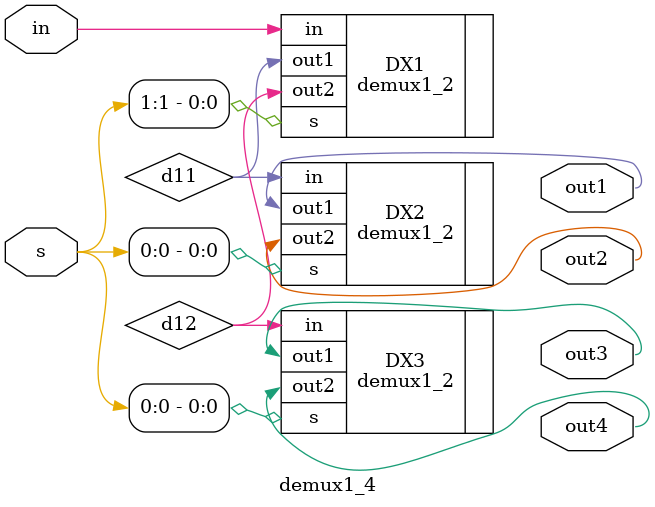
<source format=v>
module demux1_4 (in, s, out1, out2, out3, out4);
    input in;
    input [1:0] s;
    output out1, out2, out3, out4;

    wire d11, d12;
    demux1_2 DX1(.in(in), .s(s[1]), .out1(d11), .out2(d12));
    
    demux1_2 DX2(.in(d11), .s(s[0]), .out1(out1), .out2(out2));

    demux1_2 DX3(.in(d12), .s(s[0]), .out1(out3), .out2(out4));
endmodule
</source>
